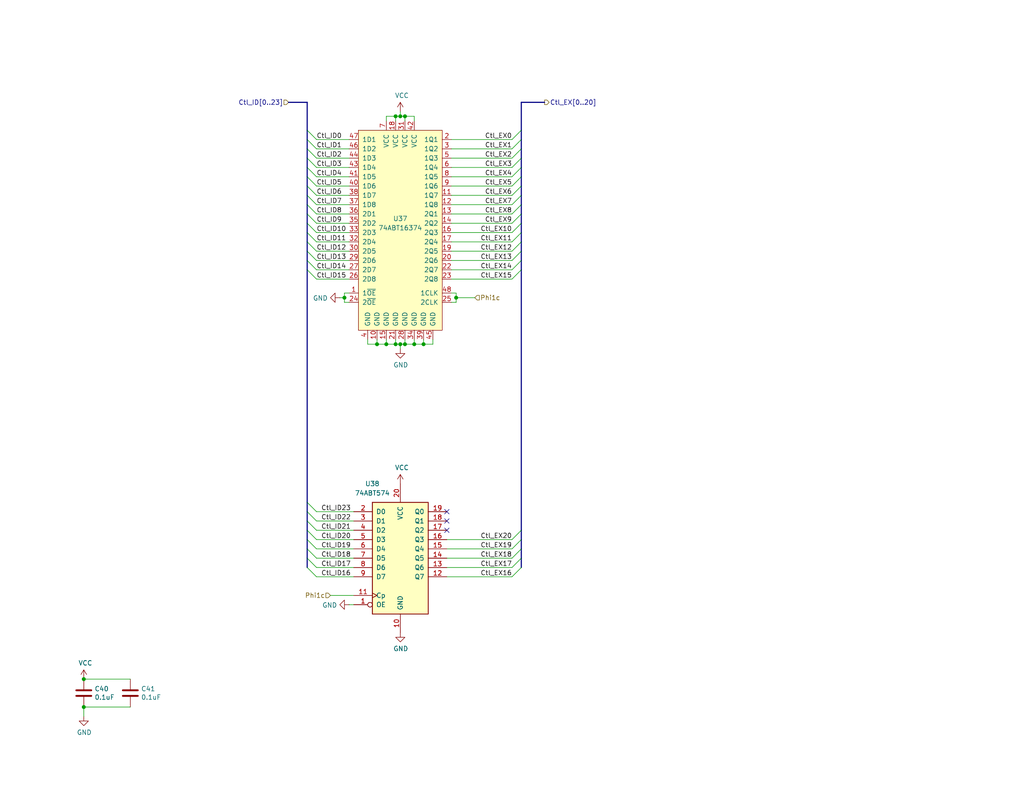
<source format=kicad_sch>
(kicad_sch (version 20250114) (generator "eeschema") (generator_version "9.0")
  (paper "USLetter")
  (title_block (title "ID/EX Control Register") (date "2025-07-01") (rev "A"))
  (lib_symbols
    (symbol "Device:C" (pin_numbers (hide yes)) (pin_names (offset 0.254))
      (property "Reference" "C" (at 0.635 2.54 0))
      (property "Value" "C" (at 0.635 -2.54 0))
      (symbol "C_0_1"
        (polyline (pts (xy -2.032 0.762) (xy 2.032 0.762)) (stroke (width 0.508)))
        (polyline (pts (xy -2.032 -0.762) (xy 2.032 -0.762)) (stroke (width 0.508)))
      )
      (symbol "C_1_1"
        (pin passive line (at 0 3.81 270) (length 2.794) (name "~") (number "1"))
        (pin passive line (at 0 -3.81 90) (length 2.794) (name "~") (number "2"))
      )
    )
    (symbol "Turtle16:74ABT16374" (pin_names (offset 1.016))
      (symbol "74ABT16374_0_0"
        (pin input line (at -13.97 21.59 0) (length 2.54) (name "1D1") (number "47"))
        (pin input line (at -13.97 19.05 0) (length 2.54) (name "1D2") (number "46"))
        (pin input line (at -13.97 16.51 0) (length 2.54) (name "1D3") (number "44"))
        (pin input line (at -13.97 13.97 0) (length 2.54) (name "1D4") (number "43"))
        (pin input line (at -13.97 11.43 0) (length 2.54) (name "1D5") (number "41"))
        (pin input line (at -13.97 8.89 0) (length 2.54) (name "1D6") (number "40"))
        (pin input line (at -13.97 6.35 0) (length 2.54) (name "1D7") (number "38"))
        (pin input line (at -13.97 3.81 0) (length 2.54) (name "1D8") (number "37"))
        (pin input line (at -13.97 1.27 0) (length 2.54) (name "2D1") (number "36"))
        (pin input line (at -13.97 -1.27 0) (length 2.54) (name "2D2") (number "35"))
        (pin input line (at -13.97 -3.81 0) (length 2.54) (name "2D3") (number "33"))
        (pin input line (at -13.97 -6.35 0) (length 2.54) (name "2D4") (number "32"))
        (pin input line (at -13.97 -8.89 0) (length 2.54) (name "2D5") (number "30"))
        (pin input line (at -13.97 -11.43 0) (length 2.54) (name "2D6") (number "29"))
        (pin input line (at -13.97 -13.97 0) (length 2.54) (name "2D7") (number "27"))
        (pin input line (at -13.97 -16.51 0) (length 2.54) (name "2D8") (number "26"))
        (pin input line (at -13.97 -20.32 0) (length 2.54) (name "1~{OE}") (number "1"))
        (pin input line (at -13.97 -22.86 0) (length 2.54) (name "2~{OE}") (number "24"))
        (pin power_in line (at -8.89 -33.02 90) (length 2.54) (name "GND") (number "4"))
        (pin power_in line (at -6.35 -33.02 90) (length 2.54) (name "GND") (number "10"))
        (pin power_in line (at -3.81 26.67 270) (length 2.54) (name "VCC") (number "7"))
        (pin power_in line (at -3.81 -33.02 90) (length 2.54) (name "GND") (number "15"))
        (pin power_in line (at -1.27 26.67 270) (length 2.54) (name "VCC") (number "18"))
        (pin power_in line (at -1.27 -33.02 90) (length 2.54) (name "GND") (number "21"))
        (pin power_in line (at 1.27 26.67 270) (length 2.54) (name "VCC") (number "31"))
        (pin power_in line (at 1.27 -33.02 90) (length 2.54) (name "GND") (number "28"))
        (pin power_in line (at 3.81 26.67 270) (length 2.54) (name "VCC") (number "42"))
        (pin power_in line (at 3.81 -33.02 90) (length 2.54) (name "GND") (number "34"))
        (pin power_in line (at 6.35 -33.02 90) (length 2.54) (name "GND") (number "39"))
        (pin power_in line (at 8.89 -33.02 90) (length 2.54) (name "GND") (number "45"))
        (pin tri_state line (at 13.97 21.59 180) (length 2.54) (name "1Q1") (number "2"))
        (pin tri_state line (at 13.97 19.05 180) (length 2.54) (name "1Q2") (number "3"))
        (pin tri_state line (at 13.97 16.51 180) (length 2.54) (name "1Q3") (number "5"))
        (pin tri_state line (at 13.97 13.97 180) (length 2.54) (name "1Q4") (number "6"))
        (pin tri_state line (at 13.97 11.43 180) (length 2.54) (name "1Q5") (number "8"))
        (pin tri_state line (at 13.97 8.89 180) (length 2.54) (name "1Q6") (number "9"))
        (pin tri_state line (at 13.97 6.35 180) (length 2.54) (name "1Q7") (number "11"))
        (pin tri_state line (at 13.97 3.81 180) (length 2.54) (name "1Q8") (number "12"))
        (pin tri_state line (at 13.97 1.27 180) (length 2.54) (name "2Q1") (number "13"))
        (pin tri_state line (at 13.97 -1.27 180) (length 2.54) (name "2Q2") (number "14"))
        (pin tri_state line (at 13.97 -3.81 180) (length 2.54) (name "2Q3") (number "16"))
        (pin tri_state line (at 13.97 -6.35 180) (length 2.54) (name "2Q4") (number "17"))
        (pin tri_state line (at 13.97 -8.89 180) (length 2.54) (name "2Q5") (number "19"))
        (pin tri_state line (at 13.97 -11.43 180) (length 2.54) (name "2Q6") (number "20"))
        (pin tri_state line (at 13.97 -13.97 180) (length 2.54) (name "2Q7") (number "22"))
        (pin tri_state line (at 13.97 -16.51 180) (length 2.54) (name "2Q8") (number "23"))
        (pin input line (at 13.97 -20.32 180) (length 2.54) (name "1CLK") (number "48"))
        (pin input line (at 13.97 -22.86 180) (length 2.54) (name "2CLK") (number "25"))
      )
      (symbol "74ABT16374_0_1"
        (rectangle (start -11.43 24.13) (end 11.43 -30.48) (fill (type background)))
      )
    )
    (symbol "Turtle16:74ABT574" (pin_names (offset 1.016))
      (property "Reference" "U" (at -7.62 16.51 0))
      (property "Value" "74ABT574" (at -7.62 -16.51 0))
      (symbol "74ABT574_1_0"
        (pin input line (at -12.7 12.7 0) (length 5.08) (name "D0") (number "2"))
        (pin input line (at -12.7 10.16 0) (length 5.08) (name "D1") (number "3"))
        (pin input line (at -12.7 7.62 0) (length 5.08) (name "D2") (number "4"))
        (pin input line (at -12.7 5.08 0) (length 5.08) (name "D3") (number "5"))
        (pin input line (at -12.7 2.54 0) (length 5.08) (name "D4") (number "6"))
        (pin input line (at -12.7 0 0) (length 5.08) (name "D5") (number "7"))
        (pin input line (at -12.7 -2.54 0) (length 5.08) (name "D6") (number "8"))
        (pin input line (at -12.7 -5.08 0) (length 5.08) (name "D7") (number "9"))
        (pin input clock (at -12.7 -10.16 0) (length 5.08) (name "Cp") (number "11"))
        (pin input inverted (at -12.7 -12.7 0) (length 5.08) (name "OE") (number "1"))
        (pin power_in line (at 0 20.32 270) (length 5.08) (name "VCC") (number "20"))
        (pin power_in line (at 0 -20.32 90) (length 5.08) (name "GND") (number "10"))
        (pin tri_state line (at 12.7 12.7 180) (length 5.08) (name "Q0") (number "19"))
        (pin tri_state line (at 12.7 10.16 180) (length 5.08) (name "Q1") (number "18"))
        (pin tri_state line (at 12.7 7.62 180) (length 5.08) (name "Q2") (number "17"))
        (pin tri_state line (at 12.7 5.08 180) (length 5.08) (name "Q3") (number "16"))
        (pin tri_state line (at 12.7 2.54 180) (length 5.08) (name "Q4") (number "15"))
        (pin tri_state line (at 12.7 0 180) (length 5.08) (name "Q5") (number "14"))
        (pin tri_state line (at 12.7 -2.54 180) (length 5.08) (name "Q6") (number "13"))
        (pin tri_state line (at 12.7 -5.08 180) (length 5.08) (name "Q7") (number "12"))
      )
      (symbol "74ABT574_1_1"
        (rectangle (start -7.62 15.24) (end 7.62 -15.24) (stroke (width 0.254)) (fill (type background)))
      )
    )
    (symbol "power:GND" (power) (pin_numbers (hide yes)) (pin_names (offset 0) (hide yes))
      (property "Value" "GND" (at 0 -3.81 0))
      (symbol "GND_0_1"
        (polyline (pts (xy 0 0) (xy 0 -1.27) (xy 1.27 -1.27) (xy 0 -2.54) (xy -1.27 -1.27) (xy 0 -1.27)))
      )
      (symbol "GND_1_1"
        (pin power_in line (at 0 0 270) (length 0) (name "~") (number "1"))
      )
    )
    (symbol "power:VCC" (power) (pin_numbers (hide yes)) (pin_names (offset 0) (hide yes))
      (property "Value" "VCC" (at 0 3.556 0))
      (symbol "VCC_0_1"
        (polyline (pts (xy -0.762 1.27) (xy 0 2.54)))
        (polyline (pts (xy 0 2.54) (xy 0.762 1.27)))
        (polyline (pts (xy 0 0) (xy 0 2.54)))
      )
      (symbol "VCC_1_1"
        (pin power_in line (at 0 0 90) (length 0) (name "~") (number "1"))
      )
    )
  )
  (junction (at 110.49 31.75))
  (junction (at 110.49 93.98))
  (junction (at 107.95 31.75))
  (junction (at 22.86 193.04))
  (junction (at 93.98 81.28))
  (junction (at 22.86 185.42))
  (junction (at 124.46 81.28))
  (junction (at 107.95 93.98))
  (junction (at 109.22 31.75))
  (junction (at 109.22 93.98))
  (junction (at 105.41 93.98))
  (junction (at 102.87 93.98))
  (junction (at 113.03 93.98))
  (junction (at 115.57 93.98))
  (no_connect (at 121.92 139.7))
  (no_connect (at 121.92 142.24))
  (no_connect (at 121.92 144.78))
  (bus_entry (at 142.24 53.34) (size -2.54 2.54))
  (bus_entry (at 83.82 55.88) (size 2.54 2.54))
  (bus_entry (at 142.24 68.58) (size -2.54 2.54))
  (bus_entry (at 83.82 58.42) (size 2.54 2.54))
  (bus_entry (at 142.24 43.18) (size -2.54 2.54))
  (bus_entry (at 83.82 152.4) (size 2.54 2.54))
  (bus_entry (at 83.82 144.78) (size 2.54 2.54))
  (bus_entry (at 142.24 38.1) (size -2.54 2.54))
  (bus_entry (at 142.24 152.4) (size -2.54 2.54))
  (bus_entry (at 142.24 71.12) (size -2.54 2.54))
  (bus_entry (at 142.24 40.64) (size -2.54 2.54))
  (bus_entry (at 83.82 60.96) (size 2.54 2.54))
  (bus_entry (at 83.82 43.18) (size 2.54 2.54))
  (bus_entry (at 83.82 137.16) (size 2.54 2.54))
  (bus_entry (at 83.82 139.7) (size 2.54 2.54))
  (bus_entry (at 83.82 142.24) (size 2.54 2.54))
  (bus_entry (at 142.24 35.56) (size -2.54 2.54))
  (bus_entry (at 83.82 63.5) (size 2.54 2.54))
  (bus_entry (at 142.24 50.8) (size -2.54 2.54))
  (bus_entry (at 142.24 60.96) (size -2.54 2.54))
  (bus_entry (at 83.82 147.32) (size 2.54 2.54))
  (bus_entry (at 83.82 48.26) (size 2.54 2.54))
  (bus_entry (at 83.82 38.1) (size 2.54 2.54))
  (bus_entry (at 142.24 63.5) (size -2.54 2.54))
  (bus_entry (at 83.82 35.56) (size 2.54 2.54))
  (bus_entry (at 83.82 53.34) (size 2.54 2.54))
  (bus_entry (at 83.82 45.72) (size 2.54 2.54))
  (bus_entry (at 83.82 68.58) (size 2.54 2.54))
  (bus_entry (at 142.24 48.26) (size -2.54 2.54))
  (bus_entry (at 142.24 154.94) (size -2.54 2.54))
  (bus_entry (at 142.24 149.86) (size -2.54 2.54))
  (bus_entry (at 142.24 45.72) (size -2.54 2.54))
  (bus_entry (at 142.24 58.42) (size -2.54 2.54))
  (bus_entry (at 83.82 149.86) (size 2.54 2.54))
  (bus_entry (at 142.24 66.04) (size -2.54 2.54))
  (bus_entry (at 142.24 55.88) (size -2.54 2.54))
  (bus_entry (at 142.24 147.32) (size -2.54 2.54))
  (bus_entry (at 83.82 50.8) (size 2.54 2.54))
  (bus_entry (at 142.24 144.78) (size -2.54 2.54))
  (bus_entry (at 83.82 66.04) (size 2.54 2.54))
  (bus_entry (at 83.82 71.12) (size 2.54 2.54))
  (bus_entry (at 83.82 154.94) (size 2.54 2.54))
  (bus_entry (at 83.82 40.64) (size 2.54 2.54))
  (bus_entry (at 83.82 73.66) (size 2.54 2.54))
  (bus_entry (at 142.24 73.66) (size -2.54 2.54))
  (wire (pts (xy 86.36 43.18) (xy 95.25 43.18)))
  (bus (pts (xy 83.82 38.1) (xy 83.82 40.64)))
  (wire (pts (xy 139.7 154.94) (xy 121.92 154.94)))
  (wire (pts (xy 124.46 82.55) (xy 123.19 82.55)))
  (bus (pts (xy 83.82 27.94) (xy 83.82 35.56)))
  (wire (pts (xy 100.33 92.71) (xy 100.33 93.98)))
  (bus (pts (xy 142.24 27.94) (xy 142.24 35.56)))
  (wire (pts (xy 139.7 60.96) (xy 123.19 60.96)))
  (wire (pts (xy 139.7 38.1) (xy 123.19 38.1)))
  (wire (pts (xy 115.57 92.71) (xy 115.57 93.98)))
  (wire (pts (xy 107.95 93.98) (xy 109.22 93.98)))
  (wire (pts (xy 35.56 193.04) (xy 22.86 193.04)))
  (wire (pts (xy 86.36 53.34) (xy 95.25 53.34)))
  (wire (pts (xy 107.95 31.75) (xy 109.22 31.75)))
  (wire (pts (xy 86.36 68.58) (xy 95.25 68.58)))
  (bus (pts (xy 83.82 35.56) (xy 83.82 38.1)))
  (wire (pts (xy 86.36 66.04) (xy 95.25 66.04)))
  (bus (pts (xy 142.24 45.72) (xy 142.24 48.26)))
  (wire (pts (xy 139.7 157.48) (xy 121.92 157.48)))
  (bus (pts (xy 83.82 152.4) (xy 83.82 154.94)))
  (wire (pts (xy 86.36 55.88) (xy 95.25 55.88)))
  (wire (pts (xy 109.22 93.98) (xy 109.22 95.25)))
  (wire (pts (xy 139.7 55.88) (xy 123.19 55.88)))
  (bus (pts (xy 83.82 137.16) (xy 83.82 139.7)))
  (wire (pts (xy 113.03 31.75) (xy 113.03 33.02)))
  (wire (pts (xy 139.7 43.18) (xy 123.19 43.18)))
  (wire (pts (xy 93.98 81.28) (xy 93.98 82.55)))
  (wire (pts (xy 109.22 31.75) (xy 110.49 31.75)))
  (bus (pts (xy 142.24 53.34) (xy 142.24 55.88)))
  (wire (pts (xy 109.22 93.98) (xy 110.49 93.98)))
  (bus (pts (xy 83.82 43.18) (xy 83.82 45.72)))
  (bus (pts (xy 142.24 35.56) (xy 142.24 38.1)))
  (wire (pts (xy 139.7 66.04) (xy 123.19 66.04)))
  (bus (pts (xy 142.24 149.86) (xy 142.24 152.4)))
  (bus (pts (xy 142.24 55.88) (xy 142.24 58.42)))
  (bus (pts (xy 83.82 68.58) (xy 83.82 71.12)))
  (bus (pts (xy 142.24 40.64) (xy 142.24 43.18)))
  (bus (pts (xy 142.24 147.32) (xy 142.24 149.86)))
  (wire (pts (xy 105.41 92.71) (xy 105.41 93.98)))
  (wire (pts (xy 139.7 53.34) (xy 123.19 53.34)))
  (bus (pts (xy 83.82 144.78) (xy 83.82 147.32)))
  (wire (pts (xy 86.36 73.66) (xy 95.25 73.66)))
  (wire (pts (xy 86.36 144.78) (xy 96.52 144.78)))
  (bus (pts (xy 83.82 63.5) (xy 83.82 66.04)))
  (wire (pts (xy 102.87 92.71) (xy 102.87 93.98)))
  (wire (pts (xy 86.36 63.5) (xy 95.25 63.5)))
  (wire (pts (xy 110.49 93.98) (xy 113.03 93.98)))
  (wire (pts (xy 86.36 58.42) (xy 95.25 58.42)))
  (bus (pts (xy 148.59 27.94) (xy 142.24 27.94)))
  (wire (pts (xy 86.36 149.86) (xy 96.52 149.86)))
  (wire (pts (xy 139.7 147.32) (xy 121.92 147.32)))
  (wire (pts (xy 139.7 152.4) (xy 121.92 152.4)))
  (bus (pts (xy 142.24 63.5) (xy 142.24 66.04)))
  (wire (pts (xy 86.36 76.2) (xy 95.25 76.2)))
  (bus (pts (xy 142.24 73.66) (xy 142.24 144.78)))
  (wire (pts (xy 86.36 45.72) (xy 95.25 45.72)))
  (bus (pts (xy 142.24 66.04) (xy 142.24 68.58)))
  (wire (pts (xy 22.86 195.58) (xy 22.86 193.04)))
  (wire (pts (xy 86.36 71.12) (xy 95.25 71.12)))
  (wire (pts (xy 123.19 80.01) (xy 124.46 80.01)))
  (wire (pts (xy 86.36 147.32) (xy 96.52 147.32)))
  (wire (pts (xy 93.98 80.01) (xy 93.98 81.28)))
  (wire (pts (xy 109.22 30.48) (xy 109.22 31.75)))
  (bus (pts (xy 142.24 58.42) (xy 142.24 60.96)))
  (wire (pts (xy 86.36 38.1) (xy 95.25 38.1)))
  (wire (pts (xy 110.49 31.75) (xy 113.03 31.75)))
  (wire (pts (xy 118.11 93.98) (xy 118.11 92.71)))
  (wire (pts (xy 86.36 157.48) (xy 96.52 157.48)))
  (bus (pts (xy 142.24 152.4) (xy 142.24 154.94)))
  (wire (pts (xy 139.7 50.8) (xy 123.19 50.8)))
  (wire (pts (xy 102.87 93.98) (xy 105.41 93.98)))
  (wire (pts (xy 90.17 162.56) (xy 96.52 162.56)))
  (wire (pts (xy 107.95 92.71) (xy 107.95 93.98)))
  (bus (pts (xy 83.82 50.8) (xy 83.82 53.34)))
  (bus (pts (xy 83.82 71.12) (xy 83.82 73.66)))
  (wire (pts (xy 107.95 33.02) (xy 107.95 31.75)))
  (bus (pts (xy 83.82 73.66) (xy 83.82 137.16)))
  (wire (pts (xy 124.46 81.28) (xy 129.54 81.28)))
  (wire (pts (xy 110.49 92.71) (xy 110.49 93.98)))
  (wire (pts (xy 86.36 48.26) (xy 95.25 48.26)))
  (wire (pts (xy 86.36 142.24) (xy 96.52 142.24)))
  (wire (pts (xy 86.36 152.4) (xy 96.52 152.4)))
  (bus (pts (xy 142.24 43.18) (xy 142.24 45.72)))
  (wire (pts (xy 105.41 33.02) (xy 105.41 31.75)))
  (bus (pts (xy 83.82 149.86) (xy 83.82 152.4)))
  (wire (pts (xy 113.03 93.98) (xy 115.57 93.98)))
  (bus (pts (xy 142.24 38.1) (xy 142.24 40.64)))
  (wire (pts (xy 93.98 81.28) (xy 92.71 81.28)))
  (wire (pts (xy 139.7 63.5) (xy 123.19 63.5)))
  (bus (pts (xy 83.82 45.72) (xy 83.82 48.26)))
  (wire (pts (xy 105.41 93.98) (xy 107.95 93.98)))
  (bus (pts (xy 83.82 53.34) (xy 83.82 55.88)))
  (wire (pts (xy 139.7 48.26) (xy 123.19 48.26)))
  (bus (pts (xy 142.24 144.78) (xy 142.24 147.32)))
  (wire (pts (xy 100.33 93.98) (xy 102.87 93.98)))
  (wire (pts (xy 115.57 93.98) (xy 118.11 93.98)))
  (bus (pts (xy 78.74 27.94) (xy 83.82 27.94)))
  (bus (pts (xy 83.82 142.24) (xy 83.82 144.78)))
  (wire (pts (xy 139.7 68.58) (xy 123.19 68.58)))
  (wire (pts (xy 113.03 92.71) (xy 113.03 93.98)))
  (wire (pts (xy 139.7 45.72) (xy 123.19 45.72)))
  (bus (pts (xy 83.82 48.26) (xy 83.82 50.8)))
  (bus (pts (xy 83.82 40.64) (xy 83.82 43.18)))
  (wire (pts (xy 110.49 33.02) (xy 110.49 31.75)))
  (bus (pts (xy 83.82 147.32) (xy 83.82 149.86)))
  (wire (pts (xy 95.25 165.1) (xy 96.52 165.1)))
  (wire (pts (xy 139.7 40.64) (xy 123.19 40.64)))
  (bus (pts (xy 83.82 66.04) (xy 83.82 68.58)))
  (bus (pts (xy 142.24 48.26) (xy 142.24 50.8)))
  (bus (pts (xy 142.24 71.12) (xy 142.24 73.66)))
  (bus (pts (xy 83.82 139.7) (xy 83.82 142.24)))
  (wire (pts (xy 95.25 80.01) (xy 93.98 80.01)))
  (wire (pts (xy 86.36 40.64) (xy 95.25 40.64)))
  (wire (pts (xy 22.86 185.42) (xy 35.56 185.42)))
  (wire (pts (xy 86.36 139.7) (xy 96.52 139.7)))
  (bus (pts (xy 142.24 68.58) (xy 142.24 71.12)))
  (bus (pts (xy 83.82 58.42) (xy 83.82 60.96)))
  (wire (pts (xy 139.7 149.86) (xy 121.92 149.86)))
  (wire (pts (xy 124.46 80.01) (xy 124.46 81.28)))
  (bus (pts (xy 83.82 60.96) (xy 83.82 63.5)))
  (wire (pts (xy 139.7 76.2) (xy 123.19 76.2)))
  (wire (pts (xy 86.36 50.8) (xy 95.25 50.8)))
  (wire (pts (xy 139.7 71.12) (xy 123.19 71.12)))
  (bus (pts (xy 83.82 55.88) (xy 83.82 58.42)))
  (bus (pts (xy 142.24 50.8) (xy 142.24 53.34)))
  (wire (pts (xy 93.98 82.55) (xy 95.25 82.55)))
  (wire (pts (xy 105.41 31.75) (xy 107.95 31.75)))
  (wire (pts (xy 139.7 58.42) (xy 123.19 58.42)))
  (wire (pts (xy 86.36 154.94) (xy 96.52 154.94)))
  (wire (pts (xy 139.7 73.66) (xy 123.19 73.66)))
  (wire (pts (xy 124.46 81.28) (xy 124.46 82.55)))
  (wire (pts (xy 86.36 60.96) (xy 95.25 60.96)))
  (bus (pts (xy 142.24 60.96) (xy 142.24 63.5)))
  (label "Ctl_EX0" (at 139.7 38.1 180))
  (label "Ctl_EX11" (at 139.7 66.04 180))
  (label "Ctl_EX8" (at 139.7 58.42 180))
  (label "Ctl_ID14" (at 86.36 73.66 0))
  (label "Ctl_ID12" (at 86.36 68.58 0))
  (label "Ctl_EX9" (at 139.7 60.96 180))
  (label "Ctl_ID17" (at 87.63 154.94 0))
  (label "Ctl_EX10" (at 139.7 63.5 180))
  (label "Ctl_EX16" (at 139.7 157.48 180))
  (label "Ctl_ID7" (at 86.36 55.88 0))
  (label "Ctl_ID0" (at 86.36 38.1 0))
  (label "Ctl_ID3" (at 86.36 45.72 0))
  (label "Ctl_EX18" (at 139.7 152.4 180))
  (label "Ctl_EX12" (at 139.7 68.58 180))
  (label "Ctl_ID22" (at 87.63 142.24 0))
  (label "Ctl_EX20" (at 139.7 147.32 180))
  (label "Ctl_EX15" (at 139.7 76.2 180))
  (label "Ctl_ID21" (at 87.63 144.78 0))
  (label "Ctl_ID2" (at 86.36 43.18 0))
  (label "Ctl_ID15" (at 86.36 76.2 0))
  (label "Ctl_EX5" (at 139.7 50.8 180))
  (label "Ctl_ID13" (at 86.36 71.12 0))
  (label "Ctl_ID4" (at 86.36 48.26 0))
  (label "Ctl_EX7" (at 139.7 55.88 180))
  (label "Ctl_EX17" (at 139.7 154.94 180))
  (label "Ctl_EX1" (at 139.7 40.64 180))
  (label "Ctl_ID11" (at 86.36 66.04 0))
  (label "Ctl_EX2" (at 139.7 43.18 180))
  (label "Ctl_ID16" (at 87.63 157.48 0))
  (label "Ctl_ID6" (at 86.36 53.34 0))
  (label "Ctl_ID1" (at 86.36 40.64 0))
  (label "Ctl_ID8" (at 86.36 58.42 0))
  (label "Ctl_EX6" (at 139.7 53.34 180))
  (label "Ctl_ID20" (at 87.63 147.32 0))
  (label "Ctl_ID18" (at 87.63 152.4 0))
  (label "Ctl_ID19" (at 87.63 149.86 0))
  (label "Ctl_EX3" (at 139.7 45.72 180))
  (label "Ctl_ID10" (at 86.36 63.5 0))
  (label "Ctl_ID9" (at 86.36 60.96 0))
  (label "Ctl_EX4" (at 139.7 48.26 180))
  (label "Ctl_ID23" (at 87.63 139.7 0))
  (label "Ctl_EX19" (at 139.7 149.86 180))
  (label "Ctl_ID5" (at 86.36 50.8 0))
  (label "Ctl_EX14" (at 139.7 73.66 180))
  (label "Ctl_EX13" (at 139.7 71.12 180))
  (hierarchical_label "Ctl_ID[0..23]" (shape input) (at 78.74 27.94 180))
  (hierarchical_label "Phi1c" (shape input) (at 129.54 81.28 0))
  (hierarchical_label "Ctl_EX[0..20]" (shape output) (at 148.59 27.94 0))
  (hierarchical_label "Phi1c" (shape input) (at 90.17 162.56 180))
  (symbol (lib_id "Device:C") (at 22.86 189.23 0) (unit 1)
    (property "Reference" "C15" (at 25.781 188.0616 0) (effects (justify left)))
    (property "Value" "0.1uF" (at 25.781 190.373 0) (effects (justify left)))
    (property "Footprint" "Capacitor_SMD:C_0603_1608Metric" (effects (hide yes)))
    (property "Datasheet" "https://www.mouser.com/datasheet/2/396/taiyo_yuden_12132018_mlcc11_hq_e-1510082.pdf" (effects (hide yes)))
    (property "Manufacturer" "Taiyo Yuden" (effects (hide yes)))
    (property "Manufacturer#" "EMK107B7104KAHT" (effects (hide yes)))
    (property "Mouser#" "963-EMK107B7104KAHT" (effects (hide yes)))
    (property "Digikey#" "587-6004-1-ND" (effects (hide yes)))
    (instances (project "MainBoard" (path "" (reference "C40") (unit 1))) (project "ControlModule" (path "" (reference "C15") (unit 1))))
  )
  (symbol (lib_id "power:VCC") (at 22.86 185.42 0) (unit 1)
    (property "Reference" "#PWR0169" (effects (hide yes)))
    (property "Value" "VCC" (at 23.2918 181.0258 0))
    (property "Description" "Power symbol creates a global label with name \"VCC\"" (effects (hide yes)))
    (instances (project "MainBoard" (path "" (reference "#PWR0267") (unit 1))) (project "ControlModule" (path "" (reference "#PWR0169") (unit 1))))
  )
  (symbol (lib_id "power:GND") (at 22.86 195.58 0) (unit 1)
    (property "Reference" "#PWR0170" (effects (hide yes)))
    (property "Value" "GND" (at 22.987 199.9742 0))
    (property "Description" "Power symbol creates a global label with name \"GND\" , ground" (effects (hide yes)))
    (instances (project "MainBoard" (path "" (reference "#PWR0268") (unit 1))) (project "ControlModule" (path "" (reference "#PWR0170") (unit 1))))
  )
  (symbol (lib_id "Device:C") (at 35.56 189.23 0) (unit 1)
    (property "Reference" "C16" (at 38.481 188.0616 0) (effects (justify left)))
    (property "Value" "0.1uF" (at 38.481 190.373 0) (effects (justify left)))
    (property "Footprint" "Capacitor_SMD:C_0603_1608Metric" (effects (hide yes)))
    (property "Datasheet" "https://www.mouser.com/datasheet/2/396/taiyo_yuden_12132018_mlcc11_hq_e-1510082.pdf" (effects (hide yes)))
    (property "Manufacturer" "Taiyo Yuden" (effects (hide yes)))
    (property "Manufacturer#" "EMK107B7104KAHT" (effects (hide yes)))
    (property "Mouser#" "963-EMK107B7104KAHT" (effects (hide yes)))
    (property "Digikey#" "587-6004-1-ND" (effects (hide yes)))
    (instances (project "MainBoard" (path "" (reference "C41") (unit 1))) (project "ControlModule" (path "" (reference "C16") (unit 1))))
  )
  (symbol (lib_id "power:GND") (at 109.22 172.72 0) (unit 1)
    (property "Reference" "#PWR0168" (effects (hide yes)))
    (property "Value" "GND" (at 109.347 177.1142 0))
    (property "Description" "Power symbol creates a global label with name \"GND\" , ground" (effects (hide yes)))
    (instances (project "MainBoard" (path "" (reference "#PWR0274") (unit 1))) (project "ControlModule" (path "" (reference "#PWR0168") (unit 1))))
  )
  (symbol (lib_id "power:VCC") (at 109.22 132.08 0) (unit 1)
    (property "Reference" "#PWR0171" (effects (hide yes)))
    (property "Value" "VCC" (at 109.6518 127.6858 0))
    (property "Description" "Power symbol creates a global label with name \"VCC\"" (effects (hide yes)))
    (instances (project "MainBoard" (path "" (reference "#PWR0273") (unit 1))) (project "ControlModule" (path "" (reference "#PWR0171") (unit 1))))
  )
  (symbol (lib_id "Turtle16:74ABT574") (at 109.22 152.4 0) (unit 1)
    (property "Reference" "U16" (at 101.6 132.08 0))
    (property "Value" "74ABT574" (at 101.6 134.62 0))
    (property "Footprint" "Package_SO:TSSOP-20_4.4x6.5mm_P0.65mm" (effects (hide yes)))
    (property "Datasheet" "https://www.ti.com/general/docs/suppproductinfo.tsp?distId=26&gotoUrl=https://www.ti.com/lit/gpn/sn74abt574a" (effects (hide yes)))
    (property "Manufacturer" "Texas Instruments" (effects (hide yes)))
    (property "Manufacturer#" "SN74ABT574APW" (effects (hide yes)))
    (property "Mouser#" "595-SN74ABT574APW" (effects (hide yes)))
    (property "Digikey#" "296-33631-5-ND" (effects (hide yes)))
    (instances (project "MainBoard" (path "" (reference "U38") (unit 1))) (project "ControlModule" (path "" (reference "U16") (unit 1))))
  )
  (symbol (lib_id "power:GND") (at 95.25 165.1 270) (unit 1)
    (property "Reference" "#PWR0173" (effects (hide yes)))
    (property "Value" "GND" (at 91.9988 165.227 90) (effects (justify right)))
    (property "Description" "Power symbol creates a global label with name \"GND\" , ground" (effects (hide yes)))
    (instances (project "MainBoard" (path "" (reference "#PWR0270") (unit 1))) (project "ControlModule" (path "" (reference "#PWR0173") (unit 1))))
  )
  (symbol (lib_id "power:GND") (at 92.71 81.28 270) (unit 1)
    (property "Reference" "#PWR0175" (effects (hide yes)))
    (property "Value" "GND" (at 89.4588 81.407 90) (effects (justify right)))
    (property "Description" "Power symbol creates a global label with name \"GND\" , ground" (effects (hide yes)))
    (instances (project "MainBoard" (path "" (reference "#PWR0269") (unit 1))) (project "ControlModule" (path "" (reference "#PWR0175") (unit 1))))
  )
  (symbol (lib_id "power:VCC") (at 109.22 30.48 0) (unit 1)
    (property "Reference" "#PWR0174" (effects (hide yes)))
    (property "Value" "VCC" (at 109.6518 26.0858 0))
    (property "Description" "Power symbol creates a global label with name \"VCC\"" (effects (hide yes)))
    (instances (project "MainBoard" (path "" (reference "#PWR0271") (unit 1))) (project "ControlModule" (path "" (reference "#PWR0174") (unit 1))))
  )
  (symbol (lib_id "power:GND") (at 109.22 95.25 0) (unit 1)
    (property "Reference" "#PWR0172" (effects (hide yes)))
    (property "Value" "GND" (at 109.347 99.6442 0))
    (property "Description" "Power symbol creates a global label with name \"GND\" , ground" (effects (hide yes)))
    (instances (project "MainBoard" (path "" (reference "#PWR0272") (unit 1))) (project "ControlModule" (path "" (reference "#PWR0172") (unit 1))))
  )
  (symbol (lib_id "Turtle16:74ABT16374") (at 109.22 59.69 0) (unit 1)
    (property "Reference" "U15" (at 109.22 59.69 0))
    (property "Value" "74ABT16374" (at 109.22 62.23 0))
    (property "Footprint" "Package_SO:TSSOP-48_6.1x12.5mm_P0.5mm" (effects (hide yes)))
    (property "Datasheet" "https://www.ti.com/general/docs/suppproductinfo.tsp?distId=26&gotoUrl=https://www.ti.com/lit/gpn/sn74abt16374a" (effects (hide yes)))
    (property "Manufacturer" "Texas Instruments" (effects (hide yes)))
    (property "Manufacturer#" "SN74ABT16374ADGGR" (effects (hide yes)))
    (property "Mouser#" "595-SNABT16374ADGGR" (effects (hide yes)))
    (property "Digikey#" "296-3900-1-ND" (effects (hide yes)))
    (instances (project "MainBoard" (path "" (reference "U37") (unit 1))) (project "ControlModule" (path "" (reference "U15") (unit 1))))
  )
)
</source>
